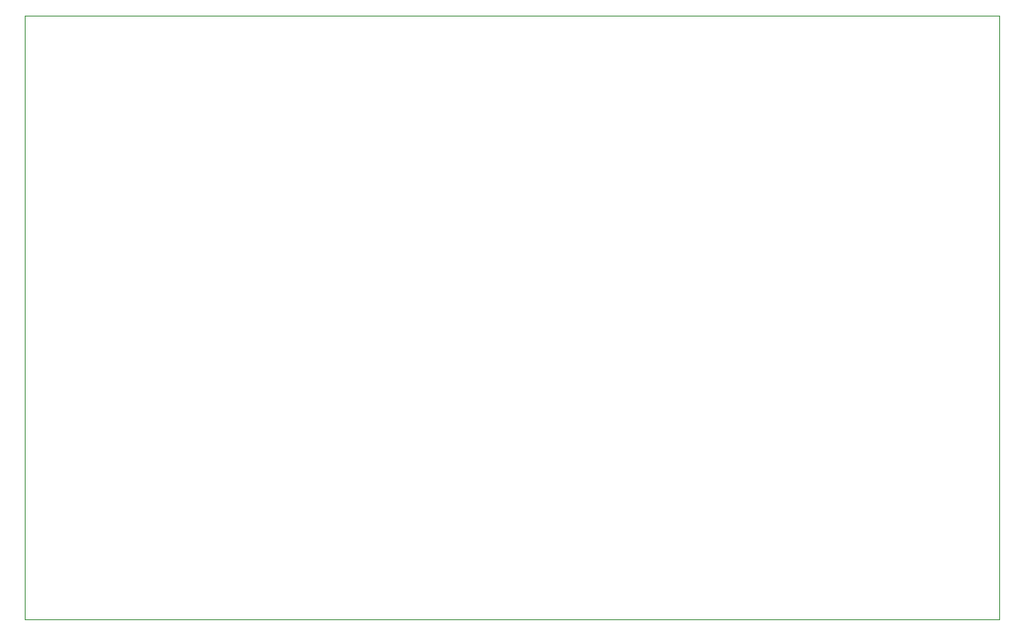
<source format=gbr>
%TF.GenerationSoftware,KiCad,Pcbnew,(6.0.4)*%
%TF.CreationDate,2022-12-15T09:54:16-05:00*%
%TF.ProjectId,HPcontroller,4850636f-6e74-4726-9f6c-6c65722e6b69,rev?*%
%TF.SameCoordinates,Original*%
%TF.FileFunction,Profile,NP*%
%FSLAX46Y46*%
G04 Gerber Fmt 4.6, Leading zero omitted, Abs format (unit mm)*
G04 Created by KiCad (PCBNEW (6.0.4)) date 2022-12-15 09:54:16*
%MOMM*%
%LPD*%
G01*
G04 APERTURE LIST*
%TA.AperFunction,Profile*%
%ADD10C,0.100000*%
%TD*%
G04 APERTURE END LIST*
D10*
X73000000Y-49500000D02*
X173000000Y-49500000D01*
X173000000Y-49500000D02*
X173000000Y-111500000D01*
X173000000Y-111500000D02*
X73000000Y-111500000D01*
X73000000Y-111500000D02*
X73000000Y-49500000D01*
M02*

</source>
